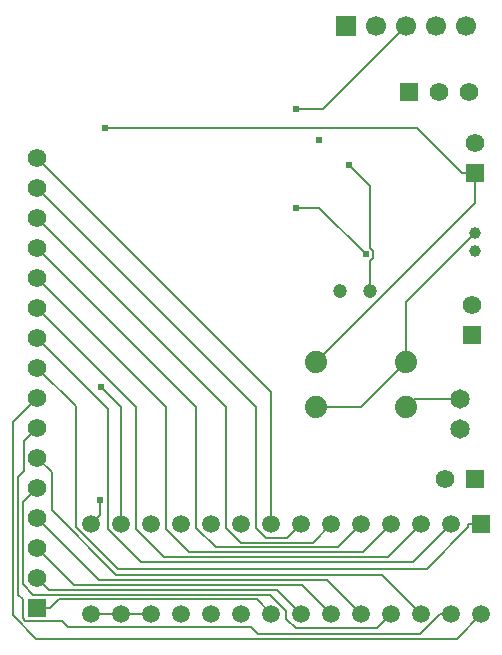
<source format=gbl>
G04 ---------------------------- Layer name :BOTTOM LAYER*
G04 EasyEDA v5.7.22, Tue, 28 Aug 2018 09:43:57 GMT*
G04 05ccef7fa68345538657c4b36dae5f98*
G04 Gerber Generator version 0.2*
G04 Scale: 100 percent, Rotated: No, Reflected: No *
G04 Dimensions in inches *
G04 leading zeros omitted , absolute positions ,2 integer and 4 decimal *
%FSLAX24Y24*%
%MOIN*%
G90*
G70D02*

%ADD11C,0.006000*%
%ADD12C,0.024400*%
%ADD13C,0.024000*%
%ADD18C,0.059055*%
%ADD19R,0.059055X0.059055*%
%ADD20C,0.047000*%
%ADD21C,0.074000*%
%ADD22C,0.065000*%
%ADD23C,0.039370*%
%ADD24R,0.062000X0.062000*%
%ADD25C,0.062000*%
%ADD26R,0.066929X0.066929*%
%ADD27C,0.066929*%

%LPD*%
G54D11*
G01X15600Y16800D02*
G01X15159Y16800D01*
G01X3253Y18284D02*
G01X13673Y18284D01*
G01X15159Y16800D01*
G01X15600Y16800D02*
G01X15600Y15800D01*
G01X10300Y10500D01*
G01X2800Y5100D02*
G01X3103Y5403D01*
G01X3103Y5898D01*
G01X11943Y14084D02*
G01X10386Y15640D01*
G01X9615Y15640D01*
G01X13300Y21700D02*
G01X10535Y18934D01*
G01X9638Y18934D01*
G01X11394Y17063D02*
G01X12089Y16369D01*
G01X12089Y14292D01*
G01X12193Y14188D01*
G01X12193Y13980D01*
G01X12089Y13876D01*
G01X12089Y12869D01*
G01X15600Y14790D02*
G01X13300Y12490D01*
G01X13300Y10500D01*
G01X13300Y10500D02*
G01X11800Y9000D01*
G01X10300Y9000D01*
G01X3800Y2100D02*
G01X2800Y2100D01*
G01X4800Y2100D02*
G01X3800Y2100D01*
G01X1000Y2300D02*
G01X1440Y2300D01*
G01X1440Y2300D02*
G01X1726Y2584D01*
G01X8315Y2584D01*
G01X8800Y2100D01*
G01X1000Y3300D02*
G01X1392Y2907D01*
G01X8992Y2907D01*
G01X9800Y2100D01*
G01X1000Y4300D02*
G01X2232Y3067D01*
G01X9831Y3067D01*
G01X10800Y2100D01*
G01X1000Y5300D02*
G01X3069Y3230D01*
G01X10669Y3230D01*
G01X11800Y2100D01*
G01X1000Y6300D02*
G01X519Y5819D01*
G01X519Y3086D01*
G01X861Y2746D01*
G01X8769Y2746D01*
G01X9300Y2213D01*
G01X9300Y1944D01*
G01X9610Y1632D01*
G01X12332Y1632D01*
G01X12800Y2100D01*
G01X13800Y2100D02*
G01X12509Y3390D01*
G01X3640Y3390D01*
G01X1478Y5553D01*
G01X1478Y6821D01*
G01X1000Y7300D01*
G01X1000Y8300D02*
G01X559Y7859D01*
G01X559Y6861D01*
G01X348Y6653D01*
G01X348Y2746D01*
G01X511Y2584D01*
G01X511Y1957D01*
G01X609Y1859D01*
G01X1834Y1859D01*
G01X2021Y1673D01*
G01X8136Y1673D01*
G01X8367Y1442D01*
G01X13768Y1442D01*
G01X14425Y2100D01*
G01X14800Y2100D01*
G01X15800Y2100D02*
G01X14981Y1280D01*
G01X959Y1280D01*
G01X188Y2053D01*
G01X188Y8488D01*
G01X1000Y9300D01*
G01X1000Y17300D02*
G01X8800Y9500D01*
G01X8800Y5100D01*
G01X1000Y16300D02*
G01X8300Y9000D01*
G01X8300Y4967D01*
G01X8628Y4638D01*
G01X9340Y4638D01*
G01X9800Y5100D01*
G01X1000Y15300D02*
G01X7300Y9000D01*
G01X7300Y4955D01*
G01X7778Y4478D01*
G01X10177Y4478D01*
G01X10800Y5100D01*
G01X1000Y14300D02*
G01X6300Y9000D01*
G01X6300Y4978D01*
G01X6961Y4317D01*
G01X11017Y4317D01*
G01X11800Y5100D01*
G01X1000Y13300D02*
G01X5300Y9000D01*
G01X5300Y4926D01*
G01X6071Y4155D01*
G01X11856Y4155D01*
G01X12800Y5100D01*
G01X1000Y12300D02*
G01X4300Y9000D01*
G01X4300Y4926D01*
G01X5232Y3994D01*
G01X12693Y3994D01*
G01X13800Y5100D01*
G01X14800Y5100D02*
G01X13532Y3832D01*
G01X4444Y3832D01*
G01X3355Y4921D01*
G01X3355Y8944D01*
G01X1000Y11300D01*
G01X1000Y10300D02*
G01X2284Y9015D01*
G01X2284Y5001D01*
G01X3686Y3600D01*
G01X13981Y3600D01*
G01X15373Y4992D01*
G01X15373Y5100D01*
G01X15800Y5100D02*
G01X15373Y5100D01*
G01X15100Y9261D02*
G01X13561Y9261D01*
G01X13300Y9000D01*
G01X3800Y5100D02*
G01X3800Y9001D01*
G01X3128Y9671D01*
G54D18*
G01X2800Y2100D03*
G01X3800Y2100D03*
G01X4800Y2100D03*
G01X5800Y2100D03*
G01X6800Y2100D03*
G01X7800Y2100D03*
G01X8800Y2100D03*
G01X9800Y2100D03*
G01X10800Y2100D03*
G01X11800Y2100D03*
G01X12800Y2100D03*
G01X13800Y2100D03*
G01X14800Y2100D03*
G01X15800Y2100D03*
G01X2800Y5100D03*
G01X3800Y5100D03*
G01X4800Y5100D03*
G01X5800Y5100D03*
G01X6800Y5100D03*
G01X7800Y5100D03*
G01X8800Y5100D03*
G01X9800Y5100D03*
G01X10800Y5100D03*
G01X11800Y5100D03*
G01X12800Y5100D03*
G01X13800Y5100D03*
G01X14800Y5100D03*
G54D19*
G01X15800Y5100D03*
G54D20*
G01X11089Y12869D03*
G01X12089Y12869D03*
G54D21*
G01X13300Y9000D03*
G01X10300Y9000D03*
G54D22*
G01X15100Y9261D03*
G01X15100Y8261D03*
G54D23*
G01X15600Y14200D03*
G01X15600Y14790D03*
G54D21*
G01X13300Y10500D03*
G01X10300Y10500D03*
G54D24*
G01X15600Y16800D03*
G54D25*
G01X15600Y17800D03*
G54D24*
G01X15500Y11400D03*
G54D25*
G01X15500Y12400D03*
G54D24*
G01X1000Y2300D03*
G54D25*
G01X1000Y3300D03*
G01X1000Y4300D03*
G01X1000Y5300D03*
G01X1000Y6300D03*
G01X1000Y7300D03*
G01X1000Y8300D03*
G01X1000Y9300D03*
G01X1000Y10300D03*
G01X1000Y11300D03*
G01X1000Y12300D03*
G01X1000Y13300D03*
G01X1000Y14300D03*
G01X1000Y15300D03*
G01X1000Y16300D03*
G01X1000Y17300D03*
G01X15400Y19500D03*
G01X14400Y19500D03*
G54D24*
G01X13400Y19500D03*
G01X15600Y6600D03*
G54D25*
G01X14600Y6600D03*
G54D26*
G01X11300Y21700D03*
G54D27*
G01X12300Y21700D03*
G01X13300Y21700D03*
G01X14300Y21700D03*
G01X15300Y21700D03*
G54D12*
G01X10400Y17900D03*
G54D13*
G01X3253Y18284D03*
G01X3103Y5898D03*
G01X9615Y15640D03*
G01X11943Y14084D03*
G01X9638Y18934D03*
G01X11394Y17063D03*
G01X3128Y9671D03*
M00*
M02*

</source>
